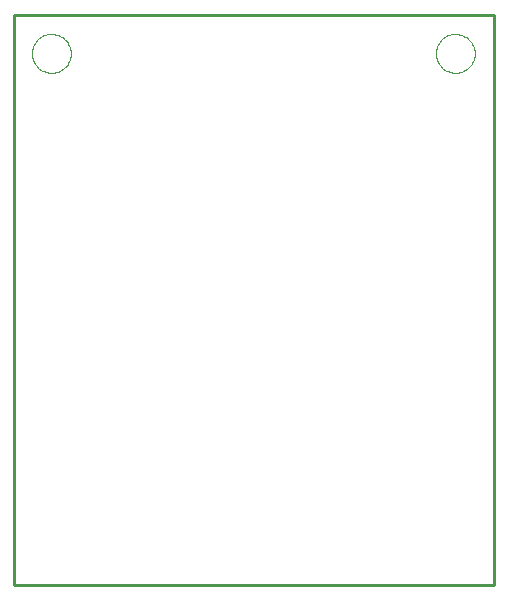
<source format=gbr>
G75*
G70*
%OFA0B0*%
%FSLAX24Y24*%
%IPPOS*%
%LPD*%
%AMOC8*
5,1,8,0,0,1.08239X$1,22.5*
%
%ADD10C,0.0100*%
%ADD11C,0.0000*%
D10*
X004152Y007538D02*
X004152Y026538D01*
X020152Y026538D01*
X020152Y007538D01*
X004152Y007538D01*
D11*
X004762Y025263D02*
X004765Y025322D01*
X004773Y025381D01*
X004786Y025438D01*
X004805Y025495D01*
X004828Y025549D01*
X004857Y025601D01*
X004890Y025650D01*
X004927Y025696D01*
X004968Y025738D01*
X005013Y025776D01*
X005062Y025811D01*
X005113Y025840D01*
X005167Y025865D01*
X005222Y025885D01*
X005280Y025899D01*
X005338Y025909D01*
X005397Y025913D01*
X005456Y025911D01*
X005515Y025905D01*
X005573Y025893D01*
X005630Y025875D01*
X005684Y025853D01*
X005737Y025826D01*
X005787Y025794D01*
X005834Y025758D01*
X005877Y025717D01*
X005916Y025673D01*
X005951Y025626D01*
X005982Y025575D01*
X006008Y025522D01*
X006029Y025467D01*
X006045Y025410D01*
X006056Y025352D01*
X006061Y025293D01*
X006061Y025233D01*
X006056Y025174D01*
X006045Y025116D01*
X006029Y025059D01*
X006008Y025004D01*
X005982Y024951D01*
X005951Y024900D01*
X005916Y024853D01*
X005877Y024809D01*
X005834Y024768D01*
X005787Y024732D01*
X005737Y024700D01*
X005684Y024673D01*
X005630Y024651D01*
X005573Y024633D01*
X005515Y024621D01*
X005456Y024615D01*
X005397Y024613D01*
X005338Y024617D01*
X005280Y024627D01*
X005222Y024641D01*
X005167Y024661D01*
X005113Y024686D01*
X005062Y024715D01*
X005013Y024750D01*
X004968Y024788D01*
X004927Y024830D01*
X004890Y024876D01*
X004857Y024925D01*
X004828Y024977D01*
X004805Y025031D01*
X004786Y025088D01*
X004773Y025145D01*
X004765Y025204D01*
X004762Y025263D01*
X018227Y025263D02*
X018230Y025322D01*
X018238Y025381D01*
X018251Y025438D01*
X018270Y025495D01*
X018293Y025549D01*
X018322Y025601D01*
X018355Y025650D01*
X018392Y025696D01*
X018433Y025738D01*
X018478Y025776D01*
X018527Y025811D01*
X018578Y025840D01*
X018632Y025865D01*
X018687Y025885D01*
X018745Y025899D01*
X018803Y025909D01*
X018862Y025913D01*
X018921Y025911D01*
X018980Y025905D01*
X019038Y025893D01*
X019095Y025875D01*
X019149Y025853D01*
X019202Y025826D01*
X019252Y025794D01*
X019299Y025758D01*
X019342Y025717D01*
X019381Y025673D01*
X019416Y025626D01*
X019447Y025575D01*
X019473Y025522D01*
X019494Y025467D01*
X019510Y025410D01*
X019521Y025352D01*
X019526Y025293D01*
X019526Y025233D01*
X019521Y025174D01*
X019510Y025116D01*
X019494Y025059D01*
X019473Y025004D01*
X019447Y024951D01*
X019416Y024900D01*
X019381Y024853D01*
X019342Y024809D01*
X019299Y024768D01*
X019252Y024732D01*
X019202Y024700D01*
X019149Y024673D01*
X019095Y024651D01*
X019038Y024633D01*
X018980Y024621D01*
X018921Y024615D01*
X018862Y024613D01*
X018803Y024617D01*
X018745Y024627D01*
X018687Y024641D01*
X018632Y024661D01*
X018578Y024686D01*
X018527Y024715D01*
X018478Y024750D01*
X018433Y024788D01*
X018392Y024830D01*
X018355Y024876D01*
X018322Y024925D01*
X018293Y024977D01*
X018270Y025031D01*
X018251Y025088D01*
X018238Y025145D01*
X018230Y025204D01*
X018227Y025263D01*
M02*

</source>
